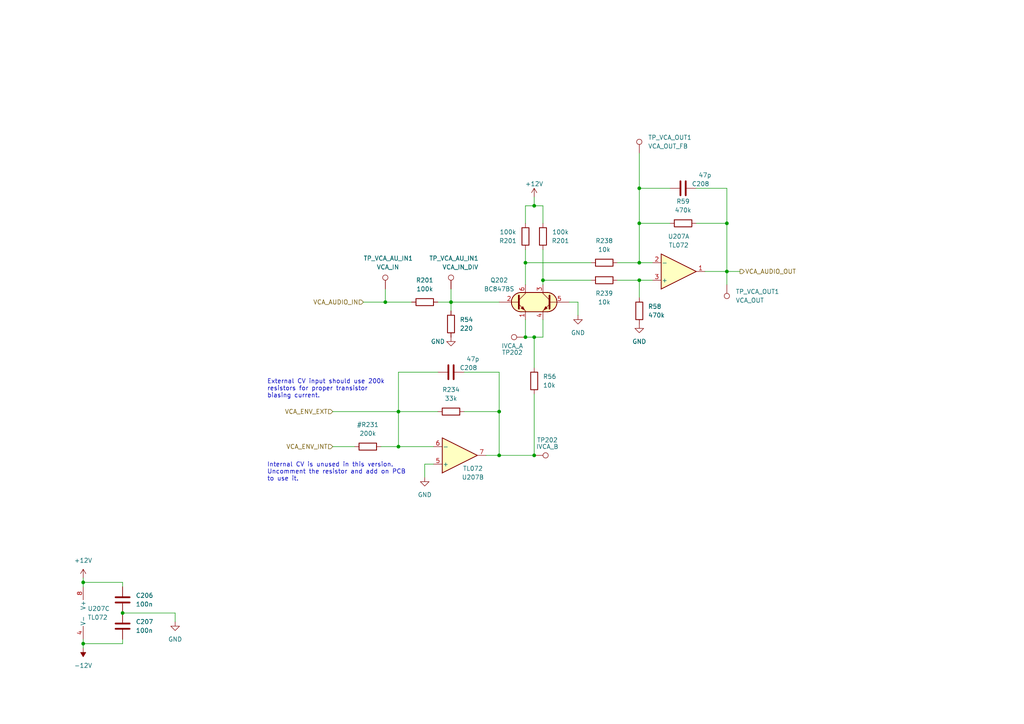
<source format=kicad_sch>
(kicad_sch (version 20231120) (generator "eeschema") (generator_version "8.0")
  (paper "A4")
  (title_block (title "VCA"))
  (lib_symbols
    (symbol "+12V_1" (power) (pin_names (offset 0))
      (property "Value" "+12V_1" (at 0 3.556 0))
      (symbol "+12V_1_0_1"
        (polyline (pts (xy -0.762 1.27) (xy 0 2.54)))
        (polyline (pts (xy 0 0) (xy 0 2.54)))
        (polyline (pts (xy 0 2.54) (xy 0.762 1.27)))
      )
      (symbol "+12V_1_1_1"
        (pin power_in line (at 0 0 90) (length 0) hide (name "+12V") (number "1"))
      )
    )
    (symbol "Amplifier_Operational:TL072" (pin_names (offset 0.127))
      (property "Reference" "U" (at 0 5.08 0))
      (property "Value" "TL072" (at 0 -5.08 0))
      (symbol "TL072_1_1"
        (polyline (pts (xy -5.08 5.08) (xy 5.08 0) (xy -5.08 -5.08) (xy -5.08 5.08)) (stroke (width 0.254)) (fill (type background)))
        (pin output line (at 7.62 0 180) (length 2.54) (name "~") (number "1"))
        (pin input line (at -7.62 -2.54 0) (length 2.54) (name "-") (number "2"))
        (pin input line (at -7.62 2.54 0) (length 2.54) (name "+") (number "3"))
      )
      (symbol "TL072_2_1"
        (polyline (pts (xy -5.08 5.08) (xy 5.08 0) (xy -5.08 -5.08) (xy -5.08 5.08)) (stroke (width 0.254)) (fill (type background)))
        (pin input line (at -7.62 2.54 0) (length 2.54) (name "+") (number "5"))
        (pin input line (at -7.62 -2.54 0) (length 2.54) (name "-") (number "6"))
        (pin output line (at 7.62 0 180) (length 2.54) (name "~") (number "7"))
      )
      (symbol "TL072_3_1"
        (pin power_in line (at -2.54 -7.62 90) (length 3.81) (name "V-") (number "4"))
        (pin power_in line (at -2.54 7.62 270) (length 3.81) (name "V+") (number "8"))
      )
    )
    (symbol "Connector:TestPoint" (pin_numbers hide) (pin_names (offset 0.762) hide)
      (property "Reference" "TP" (at 0 6.858 0))
      (property "Value" "TestPoint" (at 0 5.08 0))
      (symbol "TestPoint_0_1"
        (circle (center 0 3.302) (radius 0.762))
      )
      (symbol "TestPoint_1_1"
        (pin passive line (at 0 0 90) (length 2.54) (name "1") (number "1"))
      )
    )
    (symbol "Device:C" (pin_numbers hide) (pin_names (offset 0.254))
      (property "Reference" "C" (at 0.635 2.54 0))
      (property "Value" "C" (at 0.635 -2.54 0))
      (symbol "C_0_1"
        (polyline (pts (xy -2.032 -0.762) (xy 2.032 -0.762)) (stroke (width 0.508)))
        (polyline (pts (xy -2.032 0.762) (xy 2.032 0.762)) (stroke (width 0.508)))
      )
      (symbol "C_1_1"
        (pin passive line (at 0 3.81 270) (length 2.794) (name "~") (number "1"))
        (pin passive line (at 0 -3.81 90) (length 2.794) (name "~") (number "2"))
      )
    )
    (symbol "Device:R" (pin_numbers hide) (pin_names (offset 0))
      (property "Reference" "R" (at 2.032 0 90))
      (property "Value" "R" (at 0 0 90))
      (symbol "R_0_1"
        (rectangle (start -1.016 -2.54) (end 1.016 2.54) (stroke (width 0.254)))
      )
      (symbol "R_1_1"
        (pin passive line (at 0 3.81 270) (length 1.27) (name "~") (number "1"))
        (pin passive line (at 0 -3.81 90) (length 1.27) (name "~") (number "2"))
      )
    )
    (symbol "GND_2" (power) (pin_names (offset 0))
      (property "Value" "GND_2" (at 0 -3.81 0))
      (symbol "GND_2_0_1"
        (polyline (pts (xy 0 0) (xy 0 -1.27) (xy 1.27 -1.27) (xy 0 -2.54) (xy -1.27 -1.27) (xy 0 -1.27)))
      )
      (symbol "GND_2_1_1"
        (pin power_in line (at 0 0 270) (length 0) hide (name "GND") (number "1"))
      )
    )
    (symbol "GND_3" (power) (pin_names (offset 0))
      (property "Value" "GND_3" (at 0 -3.81 0))
      (symbol "GND_3_0_1"
        (polyline (pts (xy 0 0) (xy 0 -1.27) (xy 1.27 -1.27) (xy 0 -2.54) (xy -1.27 -1.27) (xy 0 -1.27)))
      )
      (symbol "GND_3_1_1"
        (pin power_in line (at 0 0 270) (length 0) hide (name "GND") (number "1"))
      )
    )
    (symbol "GND_4" (power) (pin_names (offset 0))
      (property "Value" "GND_4" (at 0 -3.81 0))
      (symbol "GND_4_0_1"
        (polyline (pts (xy 0 0) (xy 0 -1.27) (xy 1.27 -1.27) (xy 0 -2.54) (xy -1.27 -1.27) (xy 0 -1.27)))
      )
      (symbol "GND_4_1_1"
        (pin power_in line (at 0 0 270) (length 0) hide (name "GND") (number "1"))
      )
    )
    (symbol "PCM_Transistor_BJT_AKL:BC847BS" (pin_names (offset 1.016) hide)
      (property "Reference" "Q" (at 0 15.24 0))
      (property "Value" "BC847BS" (at 0 12.7 0))
      (symbol "BC847BS_0_1"
        (arc (start -3.81 2.794) (mid -6.5919 0) (end -3.81 -2.794) (stroke (width 0.254)) (fill (type background)))
        (polyline (pts (xy -3.81 2.794) (xy 3.81 2.794)) (stroke (width 0.254)))
        (polyline (pts (xy 3.81 -2.794) (xy -3.81 -2.794)) (stroke (width 0.254)))
        (polyline (pts (xy 3.81 2.794) (xy -4.064 2.794) (xy -5.334 2.286) (xy -6.096 1.524) (xy -6.604 0.635) (xy -6.604 -0.508) (xy -6.096 -1.651) (xy -5.334 -2.413) (xy -4.064 -2.794) (xy 4.064 -2.794) (xy 5.334 -2.286) (xy 6.223 -1.397) (xy 6.604 -0.381) (xy 6.35 1.143) (xy 5.461 2.286) (xy 3.937 2.794) (xy 3.429 2.794) (xy 3.048 2.794)) (stroke (width 0.0254)) (fill (type background)))
      )
      (symbol "BC847BS_1_1"
        (polyline (pts (xy -4.445 0.635) (xy -2.54 2.54)))
        (polyline (pts (xy 4.445 0.635) (xy 2.54 2.54)))
        (polyline (pts (xy -4.445 -0.635) (xy -2.54 -2.54) (xy -2.54 -2.54)))
        (polyline (pts (xy -4.445 1.905) (xy -4.445 -1.905) (xy -4.445 -1.905)) (stroke (width 0.508)))
        (polyline (pts (xy 4.445 -0.635) (xy 2.54 -2.54) (xy 2.54 -2.54)))
        (polyline (pts (xy 4.445 1.905) (xy 4.445 -1.905) (xy 4.445 -1.905)) (stroke (width 0.508)))
        (polyline (pts (xy -3.81 -1.778) (xy -3.302 -1.27) (xy -2.794 -2.286) (xy -3.81 -1.778) (xy -3.81 -1.778)) (fill (type outline)))
        (polyline (pts (xy 3.81 -1.778) (xy 3.302 -1.27) (xy 2.794 -2.286) (xy 3.81 -1.778) (xy 3.81 -1.778)) (fill (type outline)))
        (arc (start 3.81 -2.794) (mid 6.5919 0) (end 3.81 2.794) (stroke (width 0.254)))
        (pin passive line (at -2.54 -5.08 90) (length 2.54) (name "E1") (number "1"))
        (pin input line (at -10.16 0 0) (length 5.715) (name "B1") (number "2"))
        (pin passive line (at 2.54 5.08 270) (length 2.54) (name "C2") (number "3"))
        (pin passive line (at 2.54 -5.08 90) (length 2.54) (name "E2") (number "4"))
        (pin input line (at 10.16 0 180) (length 5.715) (name "B2") (number "5"))
        (pin passive line (at -2.54 5.08 270) (length 2.54) (name "C1") (number "6"))
      )
    )
    (symbol "power:+12V" (power) (pin_names (offset 0))
      (property "Value" "+12V" (at 0 3.556 0))
      (symbol "+12V_0_1"
        (polyline (pts (xy -0.762 1.27) (xy 0 2.54)))
        (polyline (pts (xy 0 0) (xy 0 2.54)))
        (polyline (pts (xy 0 2.54) (xy 0.762 1.27)))
      )
      (symbol "+12V_1_1"
        (pin power_in line (at 0 0 90) (length 0) hide (name "+12V") (number "1"))
      )
    )
    (symbol "power:-12V" (power) (pin_names (offset 0))
      (property "Value" "-12V" (at 0 3.81 0))
      (symbol "-12V_0_0"
        (pin power_in line (at 0 0 90) (length 0) hide (name "-12V") (number "1"))
      )
      (symbol "-12V_0_1"
        (polyline (pts (xy 0 0) (xy 0 1.27) (xy 0.762 1.27) (xy 0 2.54) (xy -0.762 1.27) (xy 0 1.27)) (fill (type outline)))
      )
    )
    (symbol "power:GND" (power) (pin_names (offset 0))
      (property "Value" "GND" (at 0 -3.81 0))
      (symbol "GND_0_1"
        (polyline (pts (xy 0 0) (xy 0 -1.27) (xy 1.27 -1.27) (xy 0 -2.54) (xy -1.27 -1.27) (xy 0 -1.27)))
      )
      (symbol "GND_1_1"
        (pin power_in line (at 0 0 270) (length 0) hide (name "GND") (number "1"))
      )
    )
  )
  (junction (at 115.57 129.54))
  (junction (at 152.4 97.79))
  (junction (at 144.78 119.38))
  (junction (at 24.13 168.91))
  (junction (at 24.13 186.69))
  (junction (at 154.94 59.69))
  (junction (at 210.82 64.77))
  (junction (at 185.42 54.61))
  (junction (at 185.42 64.77))
  (junction (at 154.94 97.79))
  (junction (at 154.94 132.08))
  (junction (at 35.56 177.8))
  (junction (at 157.48 81.28))
  (junction (at 210.82 78.74))
  (junction (at 130.81 87.63))
  (junction (at 152.4 76.2))
  (junction (at 144.78 132.08))
  (junction (at 185.42 76.2))
  (junction (at 185.42 81.28))
  (junction (at 115.57 119.38))
  (junction (at 111.76 87.63))
  (wire (pts (xy 115.57 119.38) (xy 127 119.38)))
  (wire (pts (xy 134.62 107.95) (xy 144.78 107.95)))
  (wire (pts (xy 167.64 87.63) (xy 167.64 91.44)))
  (wire (pts (xy 144.78 119.38) (xy 144.78 132.08)))
  (wire (pts (xy 152.4 59.69) (xy 154.94 59.69)))
  (wire (pts (xy 201.93 54.61) (xy 210.82 54.61)))
  (wire (pts (xy 185.42 54.61) (xy 194.31 54.61)))
  (wire (pts (xy 50.8 177.8) (xy 35.56 177.8)))
  (wire (pts (xy 154.94 97.79) (xy 157.48 97.79)))
  (wire (pts (xy 152.4 97.79) (xy 154.94 97.79)))
  (wire (pts (xy 50.8 180.34) (xy 50.8 177.8)))
  (wire (pts (xy 185.42 76.2) (xy 189.23 76.2)))
  (wire (pts (xy 185.42 44.45) (xy 185.42 54.61)))
  (wire (pts (xy 24.13 168.91) (xy 35.56 168.91)))
  (wire (pts (xy 24.13 168.91) (xy 24.13 170.18)))
  (wire (pts (xy 152.4 59.69) (xy 152.4 64.77)))
  (wire (pts (xy 130.81 87.63) (xy 144.78 87.63)))
  (wire (pts (xy 130.81 87.63) (xy 130.81 90.17)))
  (wire (pts (xy 152.4 92.71) (xy 152.4 97.79)))
  (wire (pts (xy 96.52 119.38) (xy 115.57 119.38)))
  (wire (pts (xy 201.93 64.77) (xy 210.82 64.77)))
  (wire (pts (xy 185.42 81.28) (xy 189.23 81.28)))
  (wire (pts (xy 154.94 59.69) (xy 154.94 57.15)))
  (wire (pts (xy 24.13 167.64) (xy 24.13 168.91)))
  (wire (pts (xy 210.82 54.61) (xy 210.82 64.77)))
  (wire (pts (xy 165.1 87.63) (xy 167.64 87.63)))
  (wire (pts (xy 24.13 186.69) (xy 35.56 186.69)))
  (wire (pts (xy 110.49 129.54) (xy 115.57 129.54)))
  (wire (pts (xy 152.4 76.2) (xy 152.4 82.55)))
  (wire (pts (xy 102.87 129.54) (xy 96.52 129.54)))
  (wire (pts (xy 157.48 72.39) (xy 157.48 81.28)))
  (wire (pts (xy 127 107.95) (xy 115.57 107.95)))
  (wire (pts (xy 185.42 54.61) (xy 185.42 64.77)))
  (wire (pts (xy 154.94 97.79) (xy 154.94 106.68)))
  (wire (pts (xy 179.07 81.28) (xy 185.42 81.28)))
  (wire (pts (xy 210.82 78.74) (xy 210.82 82.55)))
  (wire (pts (xy 152.4 72.39) (xy 152.4 76.2)))
  (wire (pts (xy 185.42 64.77) (xy 185.42 76.2)))
  (wire (pts (xy 115.57 107.95) (xy 115.57 119.38)))
  (wire (pts (xy 154.94 132.08) (xy 154.94 114.3)))
  (wire (pts (xy 35.56 170.18) (xy 35.56 168.91)))
  (wire (pts (xy 35.56 185.42) (xy 35.56 186.69)))
  (wire (pts (xy 157.48 97.79) (xy 157.48 92.71)))
  (wire (pts (xy 111.76 83.82) (xy 111.76 87.63)))
  (wire (pts (xy 157.48 59.69) (xy 157.48 64.77)))
  (wire (pts (xy 157.48 81.28) (xy 171.45 81.28)))
  (wire (pts (xy 210.82 78.74) (xy 204.47 78.74)))
  (wire (pts (xy 210.82 64.77) (xy 210.82 78.74)))
  (wire (pts (xy 144.78 132.08) (xy 154.94 132.08)))
  (wire (pts (xy 130.81 83.82) (xy 130.81 87.63)))
  (wire (pts (xy 144.78 107.95) (xy 144.78 119.38)))
  (wire (pts (xy 185.42 81.28) (xy 185.42 86.36)))
  (wire (pts (xy 157.48 59.69) (xy 154.94 59.69)))
  (wire (pts (xy 179.07 76.2) (xy 185.42 76.2)))
  (wire (pts (xy 115.57 119.38) (xy 115.57 129.54)))
  (wire (pts (xy 123.19 134.62) (xy 125.73 134.62)))
  (wire (pts (xy 152.4 76.2) (xy 171.45 76.2)))
  (wire (pts (xy 140.97 132.08) (xy 144.78 132.08)))
  (wire (pts (xy 115.57 129.54) (xy 125.73 129.54)))
  (wire (pts (xy 24.13 187.96) (xy 24.13 186.69)))
  (wire (pts (xy 157.48 81.28) (xy 157.48 82.55)))
  (wire (pts (xy 111.76 87.63) (xy 119.38 87.63)))
  (wire (pts (xy 210.82 78.74) (xy 214.63 78.74)))
  (wire (pts (xy 134.62 119.38) (xy 144.78 119.38)))
  (wire (pts (xy 24.13 186.69) (xy 24.13 185.42)))
  (wire (pts (xy 105.41 87.63) (xy 111.76 87.63)))
  (wire (pts (xy 194.31 64.77) (xy 185.42 64.77)))
  (wire (pts (xy 123.19 134.62) (xy 123.19 138.43)))
  (wire (pts (xy 127 87.63) (xy 130.81 87.63)))
  (text "External CV input should use 200k\nresistors for proper transistor \nbiasing current." (at 77.47 115.57 0) (effects (font (size 1.27 1.27)) (justify left bottom)))
  (text "Internal CV is unused in this version.\nUncomment the resistor and add on PCB\nto use it." (at 77.47 139.7 0) (effects (font (size 1.27 1.27)) (justify left bottom)))
  (hierarchical_label "VCA_AUDIO_IN" (shape input) (at 105.41 87.63 180))
  (hierarchical_label "VCA_ENV_EXT" (shape input) (at 96.52 119.38 180))
  (hierarchical_label "VCA_ENV_INT" (shape input) (at 96.52 129.54 180))
  (hierarchical_label "VCA_AUDIO_OUT" (shape output) (at 214.63 78.74 0))
  (symbol (lib_id "Device:R") (at 185.42 90.17 180) (unit 1)
    (property "Reference" "R58" (at 187.96 88.9 0) (effects (justify right)))
    (property "Value" "470k" (at 187.96 91.44 0) (effects (justify right)))
    (property "Footprint" "Resistor_SMD:R_0603_1608Metric" (effects (hide yes)))
    (property "LCSC" "C23178" (effects (hide yes)))
    (instances (project "shmoergh-funk-live-control" (path "" (reference "R58") (unit 1))) (project "core-rev-3" (path "" (reference "R240") (unit 1))))
  )
  (symbol (lib_id "Device:C") (at 35.56 173.99 0) (unit 1)
    (property "Reference" "C206" (at 39.37 172.72 0) (effects (justify left)))
    (property "Value" "100n" (at 39.37 175.26 0) (effects (justify left)))
    (property "Footprint" "Capacitor_SMD:C_0603_1608Metric" (effects (hide yes)))
    (property "LCSC" "C14663" (effects (hide yes)))
    (instances (project "A-psu-voice-proto-4l" (path "" (reference "C206") (unit 1))) (project "core-rev-3" (path "" (reference "C206") (unit 1)) (path "" (reference "C221") (unit 1))) (project "hog-v2-voice-proto" (path "" (reference "C206") (unit 1))))
  )
  (symbol (lib_id "Device:R") (at 106.68 129.54 90) (unit 1)
    (property "Reference" "#R231" (at 106.68 123.19 90))
    (property "Value" "200k" (at 106.68 125.73 90))
    (property "Footprint" "Resistor_SMD:R_0603_1608Metric" (effects (hide yes)))
    (property "LCSC" "C25811" (effects (hide yes)))
  )
  (symbol (lib_id "Connector:TestPoint") (at 210.82 82.55 180) (unit 1) (in_bom no)
    (property "Reference" "TP_VCA_OUT1" (at 213.36 84.582 0) (effects (justify right)))
    (property "Value" "VCA_OUT" (at 213.36 87.122 0) (effects (justify right)))
    (property "Footprint" "TestPoint:TestPoint_THTPad_D1.5mm_Drill0.7mm" (effects (hide yes)))
    (instances (project "shmoergh-funk-live-control" (path "" (reference "TP_VCA_OUT1") (unit 1))) (project "core-rev-3" (path "" (reference "TP_VCA_OUT201") (unit 1))))
  )
  (symbol (lib_id "power:+12V") (at 24.13 167.64 0) (unit 1)
    (property "Reference" "#PWR0246" (effects (hide yes)))
    (property "Value" "+12V" (at 24.13 162.56 0))
  )
  (symbol (lib_id "Device:C") (at 198.12 54.61 90) (unit 1)
    (property "Reference" "C208" (at 203.2 53.34 90))
    (property "Value" "47p" (at 204.47 50.8 90))
    (property "Footprint" "Capacitor_SMD:C_0603_1608Metric" (effects (hide yes)))
    (property "LCSC" "C1671" (effects (hide yes)))
    (instances (project "A-psu-voice-proto-4l" (path "" (reference "C208") (unit 1))) (project "core-rev-3" (path "" (reference "C205") (unit 1)) (path "" (reference "C215") (unit 1)) (path "" (reference "C282") (unit 1)) (path "" (reference "C285") (unit 1))) (project "hog-v2-voice-proto" (path "" (reference "C208") (unit 1))))
  )
  (symbol (lib_name "GND_2") (lib_id "power:GND") (at 130.81 97.79 0) (unit 1)
    (property "Reference" "#PWR0109" (effects (hide yes)))
    (property "Value" "GND" (at 127 99.06 0))
    (instances (project "shmoergh-funk-live-control" (path "" (reference "#PWR0109") (unit 1))) (project "core-rev-3" (path "" (reference "#PWR0250") (unit 1))))
  )
  (symbol (lib_id "Connector:TestPoint") (at 111.76 83.82 0) (unit 1) (in_bom no)
    (property "Reference" "TP_VCA_AU_IN1" (at 105.41 74.93 0) (effects (justify left)))
    (property "Value" "VCA_IN" (at 109.22 77.47 0) (effects (justify left)))
    (property "Footprint" "TestPoint:TestPoint_THTPad_D2.0mm_Drill1.0mm" (effects (hide yes)))
    (instances (project "shmoergh-funk-live-control" (path "" (reference "TP_VCA_AU_IN1") (unit 1))) (project "core-rev-3" (path "" (reference "TP_VCA_AU_IN202") (unit 1))))
  )
  (symbol (lib_id "Device:R") (at 130.81 119.38 90) (unit 1)
    (property "Reference" "R234" (at 130.81 113.03 90))
    (property "Value" "33k" (at 130.81 115.57 90))
    (property "Footprint" "Resistor_SMD:R_0603_1608Metric" (effects (hide yes)))
    (property "LCSC" "C4216" (effects (hide yes)))
  )
  (symbol (lib_id "Device:R") (at 175.26 76.2 90) (unit 1)
    (property "Reference" "R238" (at 175.26 69.85 90))
    (property "Value" "10k" (at 175.26 72.39 90))
    (property "Footprint" "Resistor_SMD:R_0603_1608Metric" (effects (hide yes)))
    (property "LCSC" "C25804" (effects (hide yes)))
  )
  (symbol (lib_id "Device:C") (at 35.56 181.61 0) (unit 1)
    (property "Reference" "C207" (at 39.37 180.34 0) (effects (justify left)))
    (property "Value" "100n" (at 39.37 182.88 0) (effects (justify left)))
    (property "Footprint" "Capacitor_SMD:C_0603_1608Metric" (effects (hide yes)))
    (property "LCSC" "C14663" (effects (hide yes)))
    (instances (project "A-psu-voice-proto-4l" (path "" (reference "C207") (unit 1))) (project "core-rev-3" (path "" (reference "C207") (unit 1)) (path "" (reference "C222") (unit 1))) (project "hog-v2-voice-proto" (path "" (reference "C207") (unit 1))))
  )
  (symbol (lib_id "Device:R") (at 198.12 64.77 90) (unit 1)
    (property "Reference" "R59" (at 198.12 58.42 90))
    (property "Value" "470k" (at 198.12 60.96 90))
    (property "Footprint" "Resistor_SMD:R_0603_1608Metric" (effects (hide yes)))
    (property "LCSC" "C23178" (effects (hide yes)))
    (instances (project "shmoergh-funk-live-control" (path "" (reference "R59") (unit 1))) (project "core-rev-3" (path "" (reference "R241") (unit 1))))
  )
  (symbol (lib_id "Device:R") (at 154.94 110.49 180) (unit 1)
    (property "Reference" "R56" (at 157.48 109.22 0) (effects (justify right)))
    (property "Value" "10k" (at 157.48 111.76 0) (effects (justify right)))
    (property "Footprint" "Resistor_SMD:R_0603_1608Metric" (effects (hide yes)))
    (property "LCSC" "C25804" (effects (hide yes)))
    (instances (project "shmoergh-funk-live-control" (path "" (reference "R56") (unit 1))) (project "core-rev-3" (path "" (reference "R236") (unit 1))))
  )
  (symbol (lib_id "Connector:TestPoint") (at 130.81 83.82 0) (unit 1) (in_bom no)
    (property "Reference" "TP_VCA_AU_IN1" (at 124.46 74.93 0) (effects (justify left)))
    (property "Value" "VCA_IN_DIV" (at 128.27 77.47 0) (effects (justify left)))
    (property "Footprint" "TestPoint:TestPoint_THTPad_D2.0mm_Drill1.0mm" (effects (hide yes)))
    (instances (project "shmoergh-funk-live-control" (path "" (reference "TP_VCA_AU_IN1") (unit 1))) (project "core-rev-3" (path "" (reference "TP_VCA_AU_IN201") (unit 1))))
  )
  (symbol (lib_name "+12V_1") (lib_id "power:+12V") (at 154.94 57.15 0) (unit 1)
    (property "Reference" "#PWR0110" (effects (hide yes)))
    (property "Value" "+12V" (at 154.94 53.34 0))
    (instances (project "shmoergh-funk-live-control" (path "" (reference "#PWR0110") (unit 1))) (project "core-rev-3" (path "" (reference "#PWR0251") (unit 1))))
  )
  (symbol (lib_id "Device:R") (at 175.26 81.28 90) (unit 1)
    (property "Reference" "R239" (at 175.26 85.09 90))
    (property "Value" "10k" (at 175.26 87.63 90))
    (property "Footprint" "Resistor_SMD:R_0603_1608Metric" (effects (hide yes)))
    (property "LCSC" "C25804" (effects (hide yes)))
  )
  (symbol (lib_id "Connector:TestPoint") (at 152.4 97.79 90) (unit 1) (in_bom no)
    (property "Reference" "TP202" (at 148.59 102.235 90))
    (property "Value" "IVCA_A" (at 148.59 100.33 90))
    (property "Footprint" "TestPoint:TestPoint_THTPad_2.0x2.0mm_Drill1.0mm" (effects (hide yes)))
    (instances (project "core-rev-3" (path "" (reference "TP202") (unit 1)) (path "" (reference "TP209") (unit 1)) (path "" (reference "TP210") (unit 1)) (path "" (reference "TP206") (unit 1)) (path "" (reference "TP225") (unit 1))))
  )
  (symbol (lib_id "Device:C") (at 130.81 107.95 90) (unit 1)
    (property "Reference" "C208" (at 135.89 106.68 90))
    (property "Value" "47p" (at 137.16 104.14 90))
    (property "Footprint" "Capacitor_SMD:C_0603_1608Metric" (effects (hide yes)))
    (property "LCSC" "C1671" (effects (hide yes)))
    (instances (project "A-psu-voice-proto-4l" (path "" (reference "C208") (unit 1))) (project "core-rev-3" (path "" (reference "C205") (unit 1)) (path "" (reference "C215") (unit 1)) (path "" (reference "C282") (unit 1)) (path "" (reference "C284") (unit 1))) (project "hog-v2-voice-proto" (path "" (reference "C208") (unit 1))))
  )
  (symbol (lib_name "GND_3") (lib_id "power:GND") (at 185.42 93.98 0) (unit 1)
    (property "Reference" "#PWR0113" (effects (hide yes)))
    (property "Value" "GND" (at 185.42 99.06 0))
    (instances (project "shmoergh-funk-live-control" (path "" (reference "#PWR0113") (unit 1))) (project "core-rev-3" (path "" (reference "#PWR0253") (unit 1))))
  )
  (symbol (lib_id "power:GND") (at 50.8 180.34 0) (unit 1)
    (property "Reference" "#PWR0248" (effects (hide yes)))
    (property "Value" "GND" (at 50.8 185.42 0))
  )
  (symbol (lib_id "Device:R") (at 157.48 68.58 180) (unit 1)
    (property "Reference" "R201" (at 162.56 69.85 0))
    (property "Value" "100k" (at 162.56 67.31 0))
    (property "Footprint" "Resistor_SMD:R_0603_1608Metric" (effects (hide yes)))
    (property "LCSC" "C25803" (effects (hide yes)))
    (instances (project "A-psu-voice-proto-4l" (path "" (reference "R201") (unit 1))) (project "core-rev-3" (path "" (reference "R201") (unit 1)) (path "" (reference "R238") (unit 1)) (path "" (reference "R237") (unit 1))) (project "hog-v2-voice-proto" (path "" (reference "R201") (unit 1))))
  )
  (symbol (lib_id "power:GND") (at 123.19 138.43 0) (unit 1)
    (property "Reference" "#PWR0249" (effects (hide yes)))
    (property "Value" "GND" (at 123.19 143.51 0))
  )
  (symbol (lib_id "Connector:TestPoint") (at 154.94 132.08 270) (unit 1) (in_bom no)
    (property "Reference" "TP202" (at 158.75 127.635 90))
    (property "Value" "IVCA_B" (at 158.75 129.54 90))
    (property "Footprint" "TestPoint:TestPoint_THTPad_2.0x2.0mm_Drill1.0mm" (effects (hide yes)))
    (instances (project "core-rev-3" (path "" (reference "TP202") (unit 1)) (path "" (reference "TP209") (unit 1)) (path "" (reference "TP210") (unit 1)) (path "" (reference "TP206") (unit 1)) (path "" (reference "TP226") (unit 1))))
  )
  (symbol (lib_id "Amplifier_Operational:TL072") (at 133.35 132.08 0) (mirror x) (unit 2)
    (property "Reference" "U207" (at 137.16 138.43 0))
    (property "Value" "TL072" (at 137.16 135.89 0))
    (property "Footprint" "Package_SO:SOIC-8_3.9x4.9mm_P1.27mm" (effects (hide yes)))
    (property "Datasheet" "http://www.ti.com/lit/ds/symlink/tl071.pdf" (effects (hide yes)))
    (property "LCSC" "C6961" (effects (hide yes)))
  )
  (symbol (lib_id "Amplifier_Operational:TL072") (at 26.67 177.8 0) (unit 3)
    (property "Reference" "U207" (at 25.4 176.53 0) (effects (justify left)))
    (property "Value" "TL072" (at 25.4 179.07 0) (effects (justify left)))
    (property "Footprint" "Package_SO:SOIC-8_3.9x4.9mm_P1.27mm" (effects (hide yes)))
    (property "Datasheet" "http://www.ti.com/lit/ds/symlink/tl071.pdf" (effects (hide yes)))
    (property "LCSC" "C6961" (effects (hide yes)))
  )
  (symbol (lib_id "Amplifier_Operational:TL072") (at 196.85 78.74 0) (mirror x) (unit 1)
    (property "Reference" "U207" (at 196.85 68.58 0))
    (property "Value" "TL072" (at 196.85 71.12 0))
    (property "Footprint" "Package_SO:SOIC-8_3.9x4.9mm_P1.27mm" (effects (hide yes)))
    (property "Datasheet" "http://www.ti.com/lit/ds/symlink/tl071.pdf" (effects (hide yes)))
    (property "LCSC" "C6961" (effects (hide yes)))
  )
  (symbol (lib_id "Device:R") (at 130.81 93.98 0) (unit 1)
    (property "Reference" "R54" (at 133.35 92.71 0) (effects (justify left)))
    (property "Value" "220" (at 133.35 95.25 0) (effects (justify left)))
    (property "Footprint" "Resistor_SMD:R_0603_1608Metric" (effects (hide yes)))
    (property "Field4" "C22962" (effects (hide yes)))
    (instances (project "shmoergh-funk-live-control" (path "" (reference "R54") (unit 1))) (project "core-rev-3" (path "" (reference "R233") (unit 1))))
  )
  (symbol (lib_id "Connector:TestPoint") (at 185.42 44.45 0) (unit 1) (in_bom no)
    (property "Reference" "TP_VCA_OUT1" (at 187.96 39.878 0) (effects (justify left)))
    (property "Value" "VCA_OUT_FB" (at 187.96 42.418 0) (effects (justify left)))
    (property "Footprint" "TestPoint:TestPoint_THTPad_D1.5mm_Drill0.7mm" (effects (hide yes)))
    (instances (project "shmoergh-funk-live-control" (path "" (reference "TP_VCA_OUT1") (unit 1))) (project "core-rev-3" (path "" (reference "TP_VCA_OUT202") (unit 1))))
  )
  (symbol (lib_id "Device:R") (at 123.19 87.63 90) (unit 1)
    (property "Reference" "R201" (at 123.19 81.28 90))
    (property "Value" "100k" (at 123.19 83.82 90))
    (property "Footprint" "Resistor_SMD:R_0603_1608Metric" (effects (hide yes)))
    (property "LCSC" "C25803" (effects (hide yes)))
    (instances (project "A-psu-voice-proto-4l" (path "" (reference "R201") (unit 1))) (project "core-rev-3" (path "" (reference "R201") (unit 1)) (path "" (reference "R238") (unit 1)) (path "" (reference "R232") (unit 1))) (project "hog-v2-voice-proto" (path "" (reference "R201") (unit 1))))
  )
  (symbol (lib_name "GND_4") (lib_id "power:GND") (at 167.64 91.44 0) (unit 1)
    (property "Reference" "#PWR0112" (effects (hide yes)))
    (property "Value" "GND" (at 167.64 96.52 0))
    (instances (project "shmoergh-funk-live-control" (path "" (reference "#PWR0112") (unit 1))) (project "core-rev-3" (path "" (reference "#PWR0252") (unit 1))))
  )
  (symbol (lib_id "power:-12V") (at 24.13 187.96 180) (unit 1)
    (property "Reference" "#PWR0247" (effects (hide yes)))
    (property "Value" "-12V" (at 24.13 193.04 0))
  )
  (symbol (lib_id "Device:R") (at 152.4 68.58 180) (unit 1)
    (property "Reference" "R201" (at 147.32 69.85 0))
    (property "Value" "100k" (at 147.32 67.31 0))
    (property "Footprint" "Resistor_SMD:R_0603_1608Metric" (effects (hide yes)))
    (property "LCSC" "C25803" (effects (hide yes)))
    (instances (project "A-psu-voice-proto-4l" (path "" (reference "R201") (unit 1))) (project "core-rev-3" (path "" (reference "R201") (unit 1)) (path "" (reference "R238") (unit 1)) (path "" (reference "R235") (unit 1))) (project "hog-v2-voice-proto" (path "" (reference "R201") (unit 1))))
  )
  (symbol (lib_id "PCM_Transistor_BJT_AKL:BC847BS") (at 154.94 87.63 0) (unit 1)
    (property "Reference" "Q202" (at 144.78 81.28 0))
    (property "Value" "BC847BS" (at 144.78 83.82 0))
    (property "Footprint" "Package_TO_SOT_SMD:SOT-363_SC-70-6" (effects (hide yes)))
    (property "Datasheet" "https://www.tme.eu/Document/82748fbc26f250e671ae2786c3be5a04/BC847BS.115.pdf" (effects (hide yes)))
    (property "LCSC" "C699265" (effects (hide yes)))
    (instances (project "A-psu-voice-proto-4l" (path "" (reference "Q202") (unit 1))) (project "core-rev-3" (path "" (reference "Q202") (unit 1)) (path "" (reference "Q207") (unit 1))) (project "hog-v2-voice-proto" (path "" (reference "Q202") (unit 1))))
  )
)
</source>
